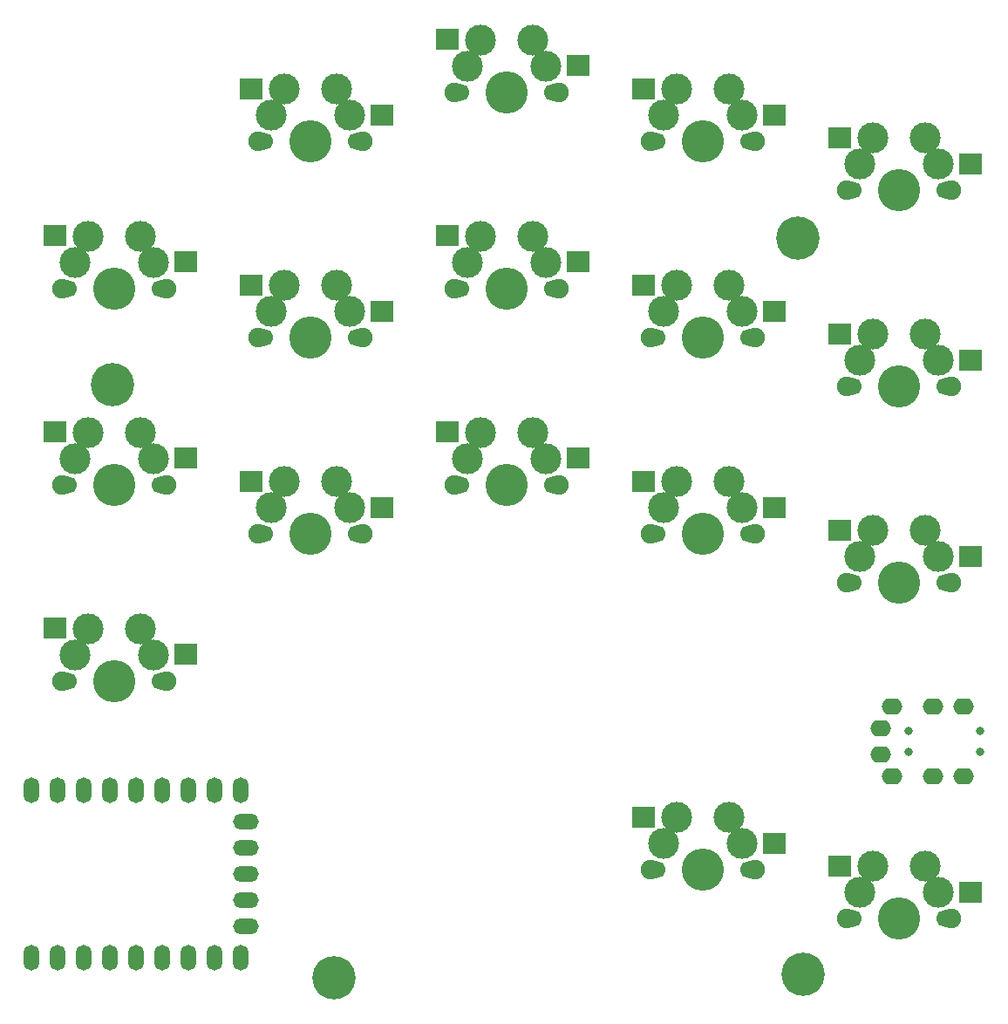
<source format=gbr>
%TF.GenerationSoftware,KiCad,Pcbnew,7.0.1*%
%TF.CreationDate,2023-09-26T17:53:04-04:00*%
%TF.ProjectId,under1hundo,756e6465-7231-4687-956e-646f2e6b6963,rev?*%
%TF.SameCoordinates,Original*%
%TF.FileFunction,Soldermask,Top*%
%TF.FilePolarity,Negative*%
%FSLAX46Y46*%
G04 Gerber Fmt 4.6, Leading zero omitted, Abs format (unit mm)*
G04 Created by KiCad (PCBNEW 7.0.1) date 2023-09-26 17:53:04*
%MOMM*%
%LPD*%
G01*
G04 APERTURE LIST*
%ADD10C,4.200000*%
%ADD11C,1.900000*%
%ADD12C,1.700000*%
%ADD13C,3.000000*%
%ADD14C,4.100000*%
%ADD15R,2.300000X2.000000*%
%ADD16C,0.800000*%
%ADD17O,2.000000X1.600000*%
%ADD18O,1.500000X2.500000*%
%ADD19O,2.500000X1.500000*%
G04 APERTURE END LIST*
D10*
%TO.C,M2*%
X175180000Y-128940000D03*
%TD*%
%TO.C,M2*%
X153670000Y-71374000D03*
%TD*%
%TO.C,M2*%
X220218000Y-57150000D03*
%TD*%
%TO.C,M2*%
X220650000Y-128580000D03*
%TD*%
D11*
%TO.C,SW17*%
X224902000Y-123190000D03*
D12*
X225482000Y-123190000D03*
D13*
X226172000Y-120650000D03*
X227442000Y-118110000D03*
D14*
X229982000Y-123190000D03*
D13*
X232522000Y-118110000D03*
X233792000Y-120649999D03*
D12*
X234482000Y-123190000D03*
D11*
X235062000Y-123190000D03*
D15*
X236982000Y-120610000D03*
X224282000Y-118070000D03*
%TD*%
D11*
%TO.C,SW16*%
X205852000Y-118427500D03*
D12*
X206432000Y-118427500D03*
D13*
X207122000Y-115887500D03*
X208392000Y-113347500D03*
D14*
X210932000Y-118427500D03*
D13*
X213472000Y-113347500D03*
X214742000Y-115887499D03*
D12*
X215432000Y-118427500D03*
D11*
X216012000Y-118427500D03*
D15*
X217932000Y-115847500D03*
X205232000Y-113307500D03*
%TD*%
D11*
%TO.C,SW15*%
X224902000Y-90591000D03*
D12*
X225482000Y-90591000D03*
D13*
X226172000Y-88051000D03*
X227442000Y-85511000D03*
D14*
X229982000Y-90591000D03*
D13*
X232522000Y-85511000D03*
X233792000Y-88050999D03*
D12*
X234482000Y-90591000D03*
D11*
X235062000Y-90591000D03*
D15*
X236982000Y-88011000D03*
X224282000Y-85471000D03*
%TD*%
D11*
%TO.C,SW14*%
X205852000Y-85828500D03*
D12*
X206432000Y-85828500D03*
D13*
X207122000Y-83288500D03*
X208392000Y-80748500D03*
D14*
X210932000Y-85828500D03*
D13*
X213472000Y-80748500D03*
X214742000Y-83288499D03*
D12*
X215432000Y-85828500D03*
D11*
X216012000Y-85828500D03*
D15*
X217932000Y-83248500D03*
X205232000Y-80708500D03*
%TD*%
D11*
%TO.C,SW13*%
X186802000Y-81066000D03*
D12*
X187382000Y-81066000D03*
D13*
X188072000Y-78526000D03*
X189342000Y-75986000D03*
D14*
X191882000Y-81066000D03*
D13*
X194422000Y-75986000D03*
X195692000Y-78525999D03*
D12*
X196382000Y-81066000D03*
D11*
X196962000Y-81066000D03*
D15*
X198882000Y-78486000D03*
X186182000Y-75946000D03*
%TD*%
D11*
%TO.C,SW12*%
X167752000Y-85828500D03*
D12*
X168332000Y-85828500D03*
D13*
X169022000Y-83288500D03*
X170292000Y-80748500D03*
D14*
X172832000Y-85828500D03*
D13*
X175372000Y-80748500D03*
X176642000Y-83288499D03*
D12*
X177332000Y-85828500D03*
D11*
X177912000Y-85828500D03*
D15*
X179832000Y-83248500D03*
X167132000Y-80708500D03*
%TD*%
D11*
%TO.C,SW11*%
X148702000Y-100116000D03*
D12*
X149282000Y-100116000D03*
D13*
X149972000Y-97576000D03*
X151242000Y-95036000D03*
D14*
X153782000Y-100116000D03*
D13*
X156322000Y-95036000D03*
X157592000Y-97575999D03*
D12*
X158282000Y-100116000D03*
D11*
X158862000Y-100116000D03*
D15*
X160782000Y-97536000D03*
X148082000Y-94996000D03*
%TD*%
D11*
%TO.C,SW10*%
X224902000Y-71541000D03*
D12*
X225482000Y-71541000D03*
D13*
X226172000Y-69001000D03*
X227442000Y-66461000D03*
D14*
X229982000Y-71541000D03*
D13*
X232522000Y-66461000D03*
X233792000Y-69000999D03*
D12*
X234482000Y-71541000D03*
D11*
X235062000Y-71541000D03*
D15*
X236982000Y-68961000D03*
X224282000Y-66421000D03*
%TD*%
D11*
%TO.C,SW9*%
X205852000Y-66778500D03*
D12*
X206432000Y-66778500D03*
D13*
X207122000Y-64238500D03*
X208392000Y-61698500D03*
D14*
X210932000Y-66778500D03*
D13*
X213472000Y-61698500D03*
X214742000Y-64238499D03*
D12*
X215432000Y-66778500D03*
D11*
X216012000Y-66778500D03*
D15*
X217932000Y-64198500D03*
X205232000Y-61658500D03*
%TD*%
D11*
%TO.C,SW8*%
X186802000Y-62016000D03*
D12*
X187382000Y-62016000D03*
D13*
X188072000Y-59476000D03*
X189342000Y-56936000D03*
D14*
X191882000Y-62016000D03*
D13*
X194422000Y-56936000D03*
X195692000Y-59475999D03*
D12*
X196382000Y-62016000D03*
D11*
X196962000Y-62016000D03*
D15*
X198882000Y-59436000D03*
X186182000Y-56896000D03*
%TD*%
D11*
%TO.C,SW7*%
X167752000Y-66778500D03*
D12*
X168332000Y-66778500D03*
D13*
X169022000Y-64238500D03*
X170292000Y-61698500D03*
D14*
X172832000Y-66778500D03*
D13*
X175372000Y-61698500D03*
X176642000Y-64238499D03*
D12*
X177332000Y-66778500D03*
D11*
X177912000Y-66778500D03*
D15*
X179832000Y-64198500D03*
X167132000Y-61658500D03*
%TD*%
D11*
%TO.C,SW6*%
X148702000Y-81066000D03*
D12*
X149282000Y-81066000D03*
D13*
X149972000Y-78526000D03*
X151242000Y-75986000D03*
D14*
X153782000Y-81066000D03*
D13*
X156322000Y-75986000D03*
X157592000Y-78525999D03*
D12*
X158282000Y-81066000D03*
D11*
X158862000Y-81066000D03*
D15*
X160782000Y-78486000D03*
X148082000Y-75946000D03*
%TD*%
%TO.C,SW5*%
X224282000Y-47371000D03*
X236982000Y-49911000D03*
D11*
X235062000Y-52491000D03*
D12*
X234482000Y-52491000D03*
D13*
X233792000Y-49950999D03*
X232522000Y-47411000D03*
D14*
X229982000Y-52491000D03*
D13*
X227442000Y-47411000D03*
X226172000Y-49951000D03*
D12*
X225482000Y-52491000D03*
D11*
X224902000Y-52491000D03*
%TD*%
%TO.C,SW4*%
X205852000Y-47728500D03*
D12*
X206432000Y-47728500D03*
D13*
X207122000Y-45188500D03*
X208392000Y-42648500D03*
D14*
X210932000Y-47728500D03*
D13*
X213472000Y-42648500D03*
X214742000Y-45188499D03*
D12*
X215432000Y-47728500D03*
D11*
X216012000Y-47728500D03*
D15*
X217932000Y-45148500D03*
X205232000Y-42608500D03*
%TD*%
D11*
%TO.C,SW3*%
X186802000Y-42966000D03*
D12*
X187382000Y-42966000D03*
D13*
X188072000Y-40426000D03*
X189342000Y-37886000D03*
D14*
X191882000Y-42966000D03*
D13*
X194422000Y-37886000D03*
X195692000Y-40425999D03*
D12*
X196382000Y-42966000D03*
D11*
X196962000Y-42966000D03*
D15*
X198882000Y-40386000D03*
X186182000Y-37846000D03*
%TD*%
D11*
%TO.C,SW2*%
X167752000Y-47728500D03*
D12*
X168332000Y-47728500D03*
D13*
X169022000Y-45188500D03*
X170292000Y-42648500D03*
D14*
X172832000Y-47728500D03*
D13*
X175372000Y-42648500D03*
X176642000Y-45188499D03*
D12*
X177332000Y-47728500D03*
D11*
X177912000Y-47728500D03*
D15*
X179832000Y-45148500D03*
X167132000Y-42608500D03*
%TD*%
D11*
%TO.C,SW1*%
X148702000Y-62016000D03*
D12*
X149282000Y-62016000D03*
D13*
X149972000Y-59476000D03*
X151242000Y-56936000D03*
D14*
X153782000Y-62016000D03*
D13*
X156322000Y-56936000D03*
X157592000Y-59475999D03*
D12*
X158282000Y-62016000D03*
D11*
X158862000Y-62016000D03*
D15*
X160782000Y-59436000D03*
X148082000Y-56896000D03*
%TD*%
D16*
%TO.C,U2*%
X237900000Y-104920000D03*
X230900000Y-104920000D03*
X237900000Y-107020000D03*
X230900000Y-107020000D03*
D17*
X228200000Y-104720000D03*
X228200000Y-107220000D03*
X229300000Y-102620000D03*
X229300000Y-109320000D03*
X233300000Y-102620000D03*
X236300000Y-109320000D03*
X236300000Y-102620000D03*
X233300000Y-109320000D03*
%TD*%
D18*
%TO.C,U1*%
X145796000Y-126992000D03*
X148336000Y-126992000D03*
X150876000Y-126992000D03*
X153416000Y-126992000D03*
X155956000Y-126992000D03*
X158496000Y-126992000D03*
X161036000Y-126992000D03*
X163576000Y-126992000D03*
X166116000Y-126992000D03*
D19*
X166616000Y-123952000D03*
X166616000Y-121412000D03*
X166616000Y-118872000D03*
X166616000Y-116332000D03*
X166616000Y-113792000D03*
D18*
X166116000Y-110752000D03*
X163576000Y-110752000D03*
X161036000Y-110752000D03*
X158496000Y-110752000D03*
X155956000Y-110752000D03*
X153416000Y-110752000D03*
X150876000Y-110752000D03*
X148336000Y-110752000D03*
X145796000Y-110752000D03*
%TD*%
M02*

</source>
